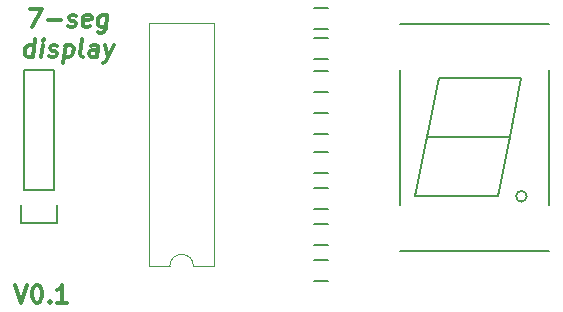
<source format=gto>
G04 #@! TF.GenerationSoftware,KiCad,Pcbnew,(2017-01-24 revision 0b6147e)-makepkg*
G04 #@! TF.CreationDate,2017-01-27T23:50:26+05:30*
G04 #@! TF.ProjectId,7segment,377365676D656E742E6B696361645F70,0.01*
G04 #@! TF.FileFunction,Legend,Top*
G04 #@! TF.FilePolarity,Positive*
%FSLAX46Y46*%
G04 Gerber Fmt 4.6, Leading zero omitted, Abs format (unit mm)*
G04 Created by KiCad (PCBNEW (2017-01-24 revision 0b6147e)-makepkg) date 01/27/17 23:50:26*
%MOMM*%
%LPD*%
G01*
G04 APERTURE LIST*
%ADD10C,0.100000*%
%ADD11C,0.300000*%
%ADD12C,0.150000*%
%ADD13C,0.120000*%
G04 APERTURE END LIST*
D10*
D11*
X112291160Y-79945571D02*
X113291160Y-79945571D01*
X112460803Y-81445571D01*
X113746517Y-80874142D02*
X114889375Y-80874142D01*
X115469732Y-81374142D02*
X115603660Y-81445571D01*
X115889375Y-81445571D01*
X116041160Y-81374142D01*
X116130446Y-81231285D01*
X116139375Y-81159857D01*
X116085803Y-81017000D01*
X115951875Y-80945571D01*
X115737589Y-80945571D01*
X115603660Y-80874142D01*
X115550089Y-80731285D01*
X115559017Y-80659857D01*
X115648303Y-80517000D01*
X115800089Y-80445571D01*
X116014375Y-80445571D01*
X116148303Y-80517000D01*
X117326875Y-81374142D02*
X117175089Y-81445571D01*
X116889375Y-81445571D01*
X116755446Y-81374142D01*
X116701875Y-81231285D01*
X116773303Y-80659857D01*
X116862589Y-80517000D01*
X117014375Y-80445571D01*
X117300089Y-80445571D01*
X117434017Y-80517000D01*
X117487589Y-80659857D01*
X117469732Y-80802714D01*
X116737589Y-80945571D01*
X118800089Y-80445571D02*
X118648303Y-81659857D01*
X118559017Y-81802714D01*
X118478660Y-81874142D01*
X118326875Y-81945571D01*
X118112589Y-81945571D01*
X117978660Y-81874142D01*
X118684017Y-81374142D02*
X118532232Y-81445571D01*
X118246517Y-81445571D01*
X118112589Y-81374142D01*
X118050089Y-81302714D01*
X117996517Y-81159857D01*
X118050089Y-80731285D01*
X118139375Y-80588428D01*
X118219732Y-80517000D01*
X118371517Y-80445571D01*
X118657232Y-80445571D01*
X118791160Y-80517000D01*
X112496517Y-83995571D02*
X112684017Y-82495571D01*
X112505446Y-83924142D02*
X112353660Y-83995571D01*
X112067946Y-83995571D01*
X111934017Y-83924142D01*
X111871517Y-83852714D01*
X111817946Y-83709857D01*
X111871517Y-83281285D01*
X111960803Y-83138428D01*
X112041160Y-83067000D01*
X112192946Y-82995571D01*
X112478660Y-82995571D01*
X112612589Y-83067000D01*
X113210803Y-83995571D02*
X113335803Y-82995571D01*
X113398303Y-82495571D02*
X113317946Y-82567000D01*
X113380446Y-82638428D01*
X113460803Y-82567000D01*
X113398303Y-82495571D01*
X113380446Y-82638428D01*
X113862589Y-83924142D02*
X113996517Y-83995571D01*
X114282232Y-83995571D01*
X114434017Y-83924142D01*
X114523303Y-83781285D01*
X114532232Y-83709857D01*
X114478660Y-83567000D01*
X114344732Y-83495571D01*
X114130446Y-83495571D01*
X113996517Y-83424142D01*
X113942946Y-83281285D01*
X113951875Y-83209857D01*
X114041160Y-83067000D01*
X114192946Y-82995571D01*
X114407232Y-82995571D01*
X114541160Y-83067000D01*
X115264375Y-82995571D02*
X115076875Y-84495571D01*
X115255446Y-83067000D02*
X115407232Y-82995571D01*
X115692946Y-82995571D01*
X115826875Y-83067000D01*
X115889375Y-83138428D01*
X115942946Y-83281285D01*
X115889375Y-83709857D01*
X115800089Y-83852714D01*
X115719732Y-83924142D01*
X115567946Y-83995571D01*
X115282232Y-83995571D01*
X115148303Y-83924142D01*
X116710803Y-83995571D02*
X116576875Y-83924142D01*
X116523303Y-83781285D01*
X116684017Y-82495571D01*
X117925089Y-83995571D02*
X118023303Y-83209857D01*
X117969732Y-83067000D01*
X117835803Y-82995571D01*
X117550089Y-82995571D01*
X117398303Y-83067000D01*
X117934017Y-83924142D02*
X117782232Y-83995571D01*
X117425089Y-83995571D01*
X117291160Y-83924142D01*
X117237589Y-83781285D01*
X117255446Y-83638428D01*
X117344732Y-83495571D01*
X117496517Y-83424142D01*
X117853660Y-83424142D01*
X118005446Y-83352714D01*
X118621517Y-82995571D02*
X118853660Y-83995571D01*
X119335803Y-82995571D02*
X118853660Y-83995571D01*
X118666160Y-84352714D01*
X118585803Y-84424142D01*
X118434017Y-84495571D01*
X110998285Y-103318571D02*
X111498285Y-104818571D01*
X111998285Y-103318571D01*
X112784000Y-103318571D02*
X112926857Y-103318571D01*
X113069714Y-103390000D01*
X113141142Y-103461428D01*
X113212571Y-103604285D01*
X113284000Y-103890000D01*
X113284000Y-104247142D01*
X113212571Y-104532857D01*
X113141142Y-104675714D01*
X113069714Y-104747142D01*
X112926857Y-104818571D01*
X112784000Y-104818571D01*
X112641142Y-104747142D01*
X112569714Y-104675714D01*
X112498285Y-104532857D01*
X112426857Y-104247142D01*
X112426857Y-103890000D01*
X112498285Y-103604285D01*
X112569714Y-103461428D01*
X112641142Y-103390000D01*
X112784000Y-103318571D01*
X113926857Y-104675714D02*
X113998285Y-104747142D01*
X113926857Y-104818571D01*
X113855428Y-104747142D01*
X113926857Y-104675714D01*
X113926857Y-104818571D01*
X115426857Y-104818571D02*
X114569714Y-104818571D01*
X114998285Y-104818571D02*
X114998285Y-103318571D01*
X114855428Y-103532857D01*
X114712571Y-103675714D01*
X114569714Y-103747142D01*
D12*
X143560000Y-81205000D02*
X156160000Y-81205000D01*
X156160000Y-85105000D02*
X156160000Y-96505000D01*
X143560000Y-85105000D02*
X143560000Y-96505000D01*
X156160000Y-100405000D02*
X143560000Y-100405000D01*
X146860000Y-85805000D02*
X153860000Y-85805000D01*
X152860000Y-90805000D02*
X145860000Y-90805000D01*
X153860000Y-85805000D02*
X152860000Y-90805000D01*
X151860000Y-95805000D02*
X152860000Y-90805000D01*
X144860000Y-95805000D02*
X151860000Y-95805000D01*
X145860000Y-90805000D02*
X144860000Y-95805000D01*
X146860000Y-85805000D02*
X145860000Y-90805000D01*
X154307214Y-95805000D02*
G75*
G03X154307214Y-95805000I-447214J0D01*
G01*
D13*
X122325000Y-101720000D02*
X124095000Y-101720000D01*
X122325000Y-81160000D02*
X122325000Y-101720000D01*
X127865000Y-81160000D02*
X122325000Y-81160000D01*
X127865000Y-101720000D02*
X127865000Y-81160000D01*
X126095000Y-101720000D02*
X127865000Y-101720000D01*
X124095000Y-101720000D02*
G75*
G02X126095000Y-101720000I1000000J0D01*
G01*
D12*
X111480000Y-98070000D02*
X114580000Y-98070000D01*
X111480000Y-96520000D02*
X111480000Y-98070000D01*
X114300000Y-95250000D02*
X111760000Y-95250000D01*
X114580000Y-98070000D02*
X114580000Y-96520000D01*
X111760000Y-85090000D02*
X111760000Y-95250000D01*
X114300000Y-85090000D02*
X111760000Y-85090000D01*
X114300000Y-95250000D02*
X114300000Y-85090000D01*
X136306000Y-79897000D02*
X137506000Y-79897000D01*
X137506000Y-81647000D02*
X136306000Y-81647000D01*
X137506000Y-84187000D02*
X136306000Y-84187000D01*
X136306000Y-82437000D02*
X137506000Y-82437000D01*
X136306000Y-85231000D02*
X137506000Y-85231000D01*
X137506000Y-86981000D02*
X136306000Y-86981000D01*
X137506000Y-90537000D02*
X136306000Y-90537000D01*
X136306000Y-88787000D02*
X137506000Y-88787000D01*
X136306000Y-92089000D02*
X137506000Y-92089000D01*
X137506000Y-93839000D02*
X136306000Y-93839000D01*
X137506000Y-96887000D02*
X136306000Y-96887000D01*
X136306000Y-95137000D02*
X137506000Y-95137000D01*
X136306000Y-98185000D02*
X137506000Y-98185000D01*
X137506000Y-99935000D02*
X136306000Y-99935000D01*
X137506000Y-102983000D02*
X136306000Y-102983000D01*
X136306000Y-101233000D02*
X137506000Y-101233000D01*
M02*

</source>
